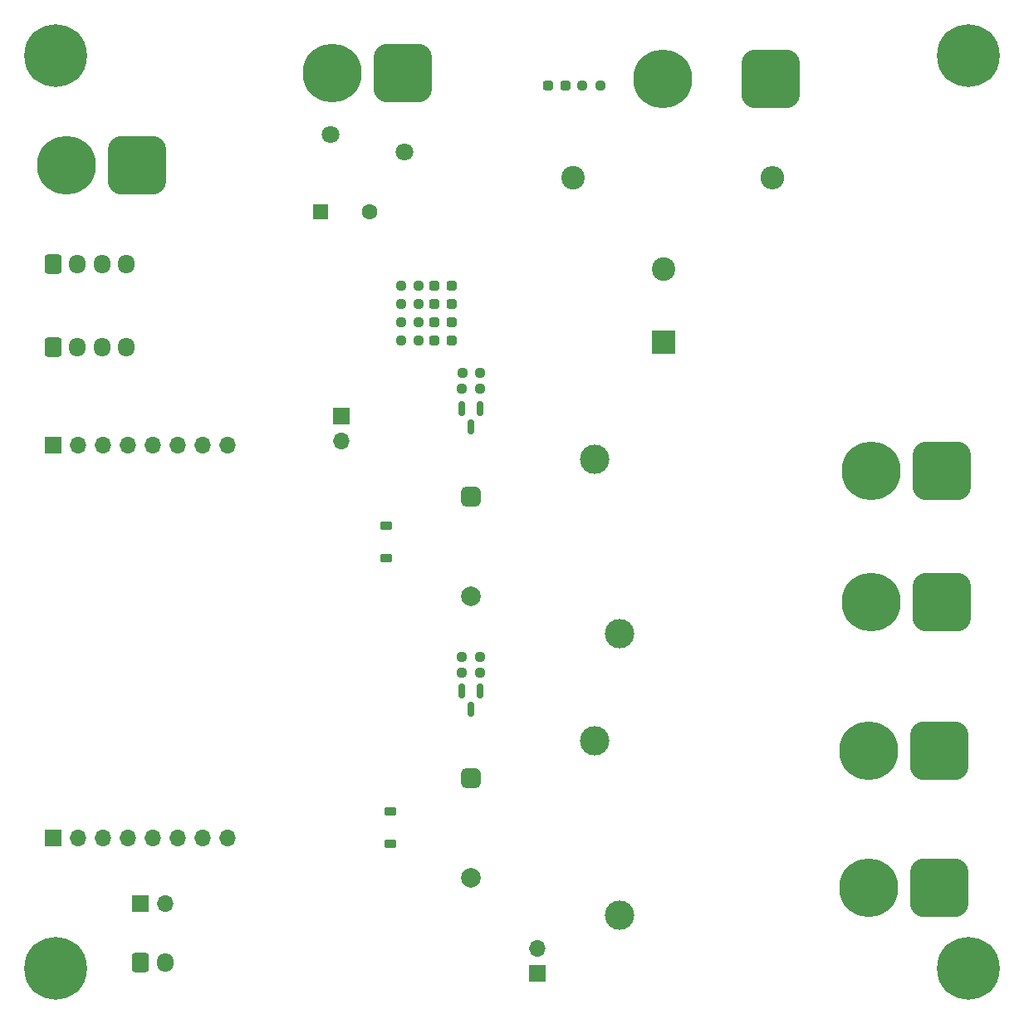
<source format=gts>
%TF.GenerationSoftware,KiCad,Pcbnew,7.0.9*%
%TF.CreationDate,2024-11-04T23:33:06+09:00*%
%TF.ProjectId,schematic_PWRcutoff,73636865-6d61-4746-9963-5f5057526375,rev?*%
%TF.SameCoordinates,PX4b571c0PY86d97c0*%
%TF.FileFunction,Soldermask,Top*%
%TF.FilePolarity,Negative*%
%FSLAX46Y46*%
G04 Gerber Fmt 4.6, Leading zero omitted, Abs format (unit mm)*
G04 Created by KiCad (PCBNEW 7.0.9) date 2024-11-04 23:33:06*
%MOMM*%
%LPD*%
G01*
G04 APERTURE LIST*
G04 Aperture macros list*
%AMRoundRect*
0 Rectangle with rounded corners*
0 $1 Rounding radius*
0 $2 $3 $4 $5 $6 $7 $8 $9 X,Y pos of 4 corners*
0 Add a 4 corners polygon primitive as box body*
4,1,4,$2,$3,$4,$5,$6,$7,$8,$9,$2,$3,0*
0 Add four circle primitives for the rounded corners*
1,1,$1+$1,$2,$3*
1,1,$1+$1,$4,$5*
1,1,$1+$1,$6,$7*
1,1,$1+$1,$8,$9*
0 Add four rect primitives between the rounded corners*
20,1,$1+$1,$2,$3,$4,$5,0*
20,1,$1+$1,$4,$5,$6,$7,0*
20,1,$1+$1,$6,$7,$8,$9,0*
20,1,$1+$1,$8,$9,$2,$3,0*%
G04 Aperture macros list end*
%ADD10C,1.800000*%
%ADD11R,1.700000X1.700000*%
%ADD12O,1.700000X1.700000*%
%ADD13R,2.400000X2.400000*%
%ADD14C,2.400000*%
%ADD15C,1.600000*%
%ADD16R,1.600000X1.600000*%
%ADD17RoundRect,0.225000X0.375000X-0.225000X0.375000X0.225000X-0.375000X0.225000X-0.375000X-0.225000X0*%
%ADD18RoundRect,0.237500X0.287500X0.237500X-0.287500X0.237500X-0.287500X-0.237500X0.287500X-0.237500X0*%
%ADD19RoundRect,0.237500X-0.287500X-0.237500X0.287500X-0.237500X0.287500X0.237500X-0.287500X0.237500X0*%
%ADD20C,6.000000*%
%ADD21RoundRect,1.500000X1.500000X1.500000X-1.500000X1.500000X-1.500000X-1.500000X1.500000X-1.500000X0*%
%ADD22O,1.700000X1.950000*%
%ADD23RoundRect,0.250000X-0.600000X-0.725000X0.600000X-0.725000X0.600000X0.725000X-0.600000X0.725000X0*%
%ADD24RoundRect,0.237500X-0.250000X-0.237500X0.250000X-0.237500X0.250000X0.237500X-0.250000X0.237500X0*%
%ADD25RoundRect,0.237500X0.250000X0.237500X-0.250000X0.237500X-0.250000X-0.237500X0.250000X-0.237500X0*%
%ADD26C,0.800000*%
%ADD27C,6.400000*%
%ADD28C,3.000000*%
%ADD29RoundRect,0.500000X0.500000X0.500000X-0.500000X0.500000X-0.500000X-0.500000X0.500000X-0.500000X0*%
%ADD30C,2.000000*%
%ADD31RoundRect,0.150000X-0.150000X0.587500X-0.150000X-0.587500X0.150000X-0.587500X0.150000X0.587500X0*%
%ADD32O,2.400000X2.400000*%
G04 APERTURE END LIST*
D10*
%TO.C,RV1*%
X31850000Y88500000D03*
X39350000Y86700000D03*
%TD*%
D11*
%TO.C,J7*%
X52900000Y2960000D03*
D12*
X52900000Y5500000D03*
%TD*%
D13*
%TO.C,C2*%
X65800000Y67300000D03*
D14*
X65800000Y74800000D03*
%TD*%
D15*
%TO.C,C1*%
X35797349Y80600000D03*
D16*
X30797349Y80600000D03*
%TD*%
D17*
%TO.C,D4*%
X37500000Y48650000D03*
X37500000Y45350000D03*
%TD*%
%TO.C,D6*%
X37900000Y19450000D03*
X37900000Y16150000D03*
%TD*%
D18*
%TO.C,D7*%
X44162500Y67500000D03*
X42412500Y67500000D03*
%TD*%
D19*
%TO.C,D3*%
X55775000Y93500000D03*
X54025000Y93500000D03*
%TD*%
D20*
%TO.C,J2*%
X32000000Y94800000D03*
D21*
X39200000Y94800000D03*
%TD*%
D20*
%TO.C,J3*%
X65700000Y94175000D03*
D21*
X76700000Y94175000D03*
%TD*%
D12*
%TO.C,J8*%
X14965000Y10100000D03*
D11*
X12425000Y10100000D03*
%TD*%
D22*
%TO.C,J9*%
X14950000Y4100000D03*
D23*
X12450000Y4100000D03*
%TD*%
D21*
%TO.C,J10*%
X94100000Y54200000D03*
D20*
X86900000Y54200000D03*
%TD*%
D21*
%TO.C,J11*%
X94100000Y40800000D03*
D20*
X86900000Y40800000D03*
%TD*%
D21*
%TO.C,J14*%
X93900000Y25700000D03*
D20*
X86700000Y25700000D03*
%TD*%
D21*
%TO.C,J15*%
X93900000Y11700000D03*
D20*
X86700000Y11700000D03*
%TD*%
D22*
%TO.C,J4*%
X11000000Y75250000D03*
X8500000Y75250000D03*
X6000000Y75250000D03*
D23*
X3500000Y75250000D03*
%TD*%
D22*
%TO.C,J6*%
X11000000Y66800000D03*
X8500000Y66800000D03*
X6000000Y66800000D03*
D23*
X3500000Y66800000D03*
%TD*%
D12*
%TO.C,J13*%
X21280000Y16800000D03*
X18740000Y16800000D03*
X16200000Y16800000D03*
X13660000Y16800000D03*
X11120000Y16800000D03*
X8580000Y16800000D03*
X6040000Y16800000D03*
D11*
X3500000Y16800000D03*
%TD*%
D12*
%TO.C,J5*%
X32900000Y57235000D03*
D11*
X32900000Y59775000D03*
%TD*%
D18*
%TO.C,D5*%
X44162500Y69400000D03*
X42412500Y69400000D03*
%TD*%
D24*
%TO.C,R2*%
X40800000Y73100000D03*
X38975000Y73100000D03*
%TD*%
D25*
%TO.C,R4*%
X59312500Y93500000D03*
X57487500Y93500000D03*
%TD*%
D24*
%TO.C,R3*%
X40800000Y71200000D03*
X38975000Y71200000D03*
%TD*%
D18*
%TO.C,D1*%
X42412500Y73100000D03*
X44162500Y73100000D03*
%TD*%
%TO.C,D2*%
X44162500Y71200000D03*
X42412500Y71200000D03*
%TD*%
D24*
%TO.C,R8*%
X40800000Y67500000D03*
X38975000Y67500000D03*
%TD*%
%TO.C,R5*%
X40800000Y69400000D03*
X38975000Y69400000D03*
%TD*%
D11*
%TO.C,J12*%
X3500000Y56800000D03*
D12*
X6040000Y56800000D03*
X8580000Y56800000D03*
X11120000Y56800000D03*
X13660000Y56800000D03*
X16200000Y56800000D03*
X18740000Y56800000D03*
X21280000Y56800000D03*
%TD*%
D20*
%TO.C,J1*%
X4900000Y85400000D03*
D21*
X12100000Y85400000D03*
%TD*%
D26*
%TO.C,H2*%
X1400000Y3500000D03*
X2102944Y5197056D03*
X2102944Y1802944D03*
X3800000Y5900000D03*
D27*
X3800000Y3500000D03*
D26*
X3800000Y1100000D03*
X5497056Y5197056D03*
X5497056Y1802944D03*
X6200000Y3500000D03*
%TD*%
D28*
%TO.C,K2*%
X58760000Y26700000D03*
X61300000Y8900000D03*
D29*
X46100000Y22900000D03*
D30*
X46100000Y12700000D03*
%TD*%
D26*
%TO.C,H3*%
X99200000Y96500000D03*
X98497056Y94802944D03*
X98497056Y98197056D03*
X96800000Y94100000D03*
D27*
X96800000Y96500000D03*
D26*
X96800000Y98900000D03*
X95102944Y94802944D03*
X95102944Y98197056D03*
X94400000Y96500000D03*
%TD*%
D25*
%TO.C,R10*%
X47037500Y33637500D03*
X45212500Y33637500D03*
%TD*%
D26*
%TO.C,H1*%
X1400000Y96500000D03*
X2102944Y98197056D03*
X2102944Y94802944D03*
X3800000Y98900000D03*
D27*
X3800000Y96500000D03*
D26*
X3800000Y94100000D03*
X5497056Y98197056D03*
X5497056Y94802944D03*
X6200000Y96500000D03*
%TD*%
%TO.C,H4*%
X94400000Y3500000D03*
X95102944Y5197056D03*
X95102944Y1802944D03*
X96800000Y5900000D03*
D27*
X96800000Y3500000D03*
D26*
X96800000Y1100000D03*
X98497056Y5197056D03*
X98497056Y1802944D03*
X99200000Y3500000D03*
%TD*%
D25*
%TO.C,R6*%
X47062500Y64175000D03*
X45237500Y64175000D03*
%TD*%
D31*
%TO.C,Q2*%
X47050000Y31775000D03*
X45150000Y31775000D03*
X46100000Y29900000D03*
%TD*%
D28*
%TO.C,K1*%
X58760000Y55400000D03*
X61300000Y37600000D03*
D29*
X46100000Y51600000D03*
D30*
X46100000Y41400000D03*
%TD*%
D31*
%TO.C,Q1*%
X47050000Y60575000D03*
X45150000Y60575000D03*
X46100000Y58700000D03*
%TD*%
D25*
%TO.C,R7*%
X47050000Y62575000D03*
X45225000Y62575000D03*
%TD*%
%TO.C,R9*%
X47037500Y35237500D03*
X45212500Y35237500D03*
%TD*%
D14*
%TO.C,R1*%
X56540000Y84100000D03*
D32*
X76860000Y84100000D03*
%TD*%
M02*

</source>
